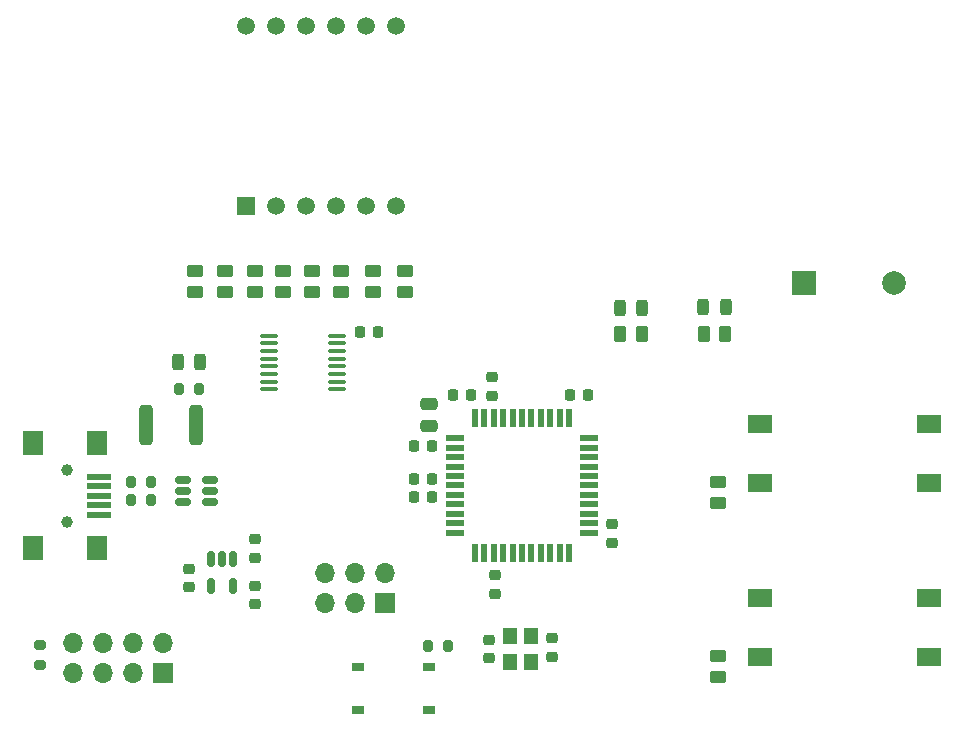
<source format=gbr>
%TF.GenerationSoftware,KiCad,Pcbnew,7.0.1*%
%TF.CreationDate,2023-04-15T03:24:23-06:00*%
%TF.ProjectId,Phase_B_ATMEGA_v3,50686173-655f-4425-9f41-544d4547415f,rev?*%
%TF.SameCoordinates,Original*%
%TF.FileFunction,Soldermask,Top*%
%TF.FilePolarity,Negative*%
%FSLAX46Y46*%
G04 Gerber Fmt 4.6, Leading zero omitted, Abs format (unit mm)*
G04 Created by KiCad (PCBNEW 7.0.1) date 2023-04-15 03:24:23*
%MOMM*%
%LPD*%
G01*
G04 APERTURE LIST*
G04 Aperture macros list*
%AMRoundRect*
0 Rectangle with rounded corners*
0 $1 Rounding radius*
0 $2 $3 $4 $5 $6 $7 $8 $9 X,Y pos of 4 corners*
0 Add a 4 corners polygon primitive as box body*
4,1,4,$2,$3,$4,$5,$6,$7,$8,$9,$2,$3,0*
0 Add four circle primitives for the rounded corners*
1,1,$1+$1,$2,$3*
1,1,$1+$1,$4,$5*
1,1,$1+$1,$6,$7*
1,1,$1+$1,$8,$9*
0 Add four rect primitives between the rounded corners*
20,1,$1+$1,$2,$3,$4,$5,0*
20,1,$1+$1,$4,$5,$6,$7,0*
20,1,$1+$1,$6,$7,$8,$9,0*
20,1,$1+$1,$8,$9,$2,$3,0*%
G04 Aperture macros list end*
%ADD10RoundRect,0.225000X-0.250000X0.225000X-0.250000X-0.225000X0.250000X-0.225000X0.250000X0.225000X0*%
%ADD11RoundRect,0.225000X0.250000X-0.225000X0.250000X0.225000X-0.250000X0.225000X-0.250000X-0.225000X0*%
%ADD12R,1.200000X1.400000*%
%ADD13R,1.700000X1.700000*%
%ADD14O,1.700000X1.700000*%
%ADD15RoundRect,0.225000X0.225000X0.250000X-0.225000X0.250000X-0.225000X-0.250000X0.225000X-0.250000X0*%
%ADD16RoundRect,0.250000X0.450000X-0.262500X0.450000X0.262500X-0.450000X0.262500X-0.450000X-0.262500X0*%
%ADD17RoundRect,0.200000X-0.275000X0.200000X-0.275000X-0.200000X0.275000X-0.200000X0.275000X0.200000X0*%
%ADD18R,1.000000X0.700000*%
%ADD19C,1.000000*%
%ADD20R,2.000000X0.500000*%
%ADD21R,1.700000X2.000000*%
%ADD22R,1.500000X1.500000*%
%ADD23C,1.500000*%
%ADD24RoundRect,0.200000X0.200000X0.275000X-0.200000X0.275000X-0.200000X-0.275000X0.200000X-0.275000X0*%
%ADD25RoundRect,0.150000X-0.512500X-0.150000X0.512500X-0.150000X0.512500X0.150000X-0.512500X0.150000X0*%
%ADD26R,2.000000X2.000000*%
%ADD27C,2.000000*%
%ADD28RoundRect,0.225000X-0.225000X-0.250000X0.225000X-0.250000X0.225000X0.250000X-0.225000X0.250000X0*%
%ADD29RoundRect,0.243750X-0.243750X-0.456250X0.243750X-0.456250X0.243750X0.456250X-0.243750X0.456250X0*%
%ADD30RoundRect,0.243750X0.243750X0.456250X-0.243750X0.456250X-0.243750X-0.456250X0.243750X-0.456250X0*%
%ADD31R,1.500000X0.550000*%
%ADD32R,0.550000X1.500000*%
%ADD33RoundRect,0.200000X-0.200000X-0.275000X0.200000X-0.275000X0.200000X0.275000X-0.200000X0.275000X0*%
%ADD34RoundRect,0.150000X-0.150000X0.512500X-0.150000X-0.512500X0.150000X-0.512500X0.150000X0.512500X0*%
%ADD35RoundRect,0.100000X-0.637500X-0.100000X0.637500X-0.100000X0.637500X0.100000X-0.637500X0.100000X0*%
%ADD36R,2.000000X1.500000*%
%ADD37RoundRect,0.250000X-0.450000X0.262500X-0.450000X-0.262500X0.450000X-0.262500X0.450000X0.262500X0*%
%ADD38RoundRect,0.250000X-0.312500X-1.450000X0.312500X-1.450000X0.312500X1.450000X-0.312500X1.450000X0*%
%ADD39RoundRect,0.250000X-0.262500X-0.450000X0.262500X-0.450000X0.262500X0.450000X-0.262500X0.450000X0*%
%ADD40RoundRect,0.250000X0.475000X-0.250000X0.475000X0.250000X-0.475000X0.250000X-0.475000X-0.250000X0*%
G04 APERTURE END LIST*
D10*
%TO.C,C2*%
X127254000Y-102857000D03*
X127254000Y-104407000D03*
%TD*%
D11*
%TO.C,C12*%
X122174000Y-82309000D03*
X122174000Y-80759000D03*
%TD*%
D12*
%TO.C,Y1*%
X125437000Y-104859000D03*
X125437000Y-102659000D03*
X123737000Y-102659000D03*
X123737000Y-104859000D03*
%TD*%
D13*
%TO.C,J1*%
X113142000Y-99842000D03*
D14*
X113142000Y-97302000D03*
X110602000Y-99842000D03*
X110602000Y-97302000D03*
X108062000Y-99842000D03*
X108062000Y-97302000D03*
%TD*%
D15*
%TO.C,C10*%
X117094000Y-90932000D03*
X115544000Y-90932000D03*
%TD*%
D16*
%TO.C,R8*%
X102108000Y-73556500D03*
X102108000Y-71731500D03*
%TD*%
D17*
%TO.C,R17*%
X83947000Y-103442000D03*
X83947000Y-105092000D03*
%TD*%
D18*
%TO.C,S3*%
X116840000Y-108966000D03*
X110840000Y-108966000D03*
X116840000Y-105266000D03*
X110840000Y-105266000D03*
%TD*%
D15*
%TO.C,C6*%
X117107000Y-86614000D03*
X115557000Y-86614000D03*
%TD*%
D19*
%TO.C,J2*%
X86162000Y-88600000D03*
X86162000Y-93000000D03*
D20*
X88862000Y-89200000D03*
X88862000Y-90000000D03*
X88862000Y-90800000D03*
X88862000Y-91600000D03*
X88862000Y-92400000D03*
D21*
X88762000Y-86350000D03*
X83312000Y-86350000D03*
X88762000Y-95250000D03*
X83312000Y-95250000D03*
%TD*%
D10*
%TO.C,C7*%
X122428000Y-97523000D03*
X122428000Y-99073000D03*
%TD*%
D22*
%TO.C,U1*%
X101346000Y-66294000D03*
D23*
X103886000Y-66294000D03*
X106426000Y-66294000D03*
X108966000Y-66294000D03*
X111506000Y-66294000D03*
X114046000Y-66294000D03*
X114046000Y-51054000D03*
X111506000Y-51054000D03*
X108966000Y-51054000D03*
X106426000Y-51054000D03*
X103886000Y-51054000D03*
X101346000Y-51054000D03*
%TD*%
D24*
%TO.C,R13*%
X118427000Y-103505000D03*
X116777000Y-103505000D03*
%TD*%
D25*
%TO.C,U4*%
X96028115Y-89421688D03*
X96028115Y-90371688D03*
X96028115Y-91321688D03*
X98303115Y-91321688D03*
X98303115Y-90371688D03*
X98303115Y-89421688D03*
%TD*%
D11*
%TO.C,C15*%
X96520000Y-98552000D03*
X96520000Y-97002000D03*
%TD*%
D16*
%TO.C,R7*%
X106934000Y-73556500D03*
X106934000Y-71731500D03*
%TD*%
D26*
%TO.C,LS1*%
X148600000Y-72771000D03*
D27*
X156200000Y-72771000D03*
%TD*%
D28*
%TO.C,C1*%
X110985000Y-76962000D03*
X112535000Y-76962000D03*
%TD*%
D16*
%TO.C,R6*%
X104521000Y-73556500D03*
X104521000Y-71731500D03*
%TD*%
%TO.C,R9*%
X99568000Y-73556500D03*
X99568000Y-71731500D03*
%TD*%
D29*
%TO.C,D1*%
X133024000Y-74930000D03*
X134899000Y-74930000D03*
%TD*%
D30*
%TO.C,D3*%
X97457500Y-79502000D03*
X95582500Y-79502000D03*
%TD*%
D31*
%TO.C,U3*%
X119014000Y-85916000D03*
X119014000Y-86716000D03*
X119014000Y-87516000D03*
X119014000Y-88316000D03*
X119014000Y-89116000D03*
X119014000Y-89916000D03*
X119014000Y-90716000D03*
X119014000Y-91516000D03*
X119014000Y-92316000D03*
X119014000Y-93116000D03*
X119014000Y-93916000D03*
D32*
X120714000Y-95616000D03*
X121514000Y-95616000D03*
X122314000Y-95616000D03*
X123114000Y-95616000D03*
X123914000Y-95616000D03*
X124714000Y-95616000D03*
X125514000Y-95616000D03*
X126314000Y-95616000D03*
X127114000Y-95616000D03*
X127914000Y-95616000D03*
X128714000Y-95616000D03*
D31*
X130414000Y-93916000D03*
X130414000Y-93116000D03*
X130414000Y-92316000D03*
X130414000Y-91516000D03*
X130414000Y-90716000D03*
X130414000Y-89916000D03*
X130414000Y-89116000D03*
X130414000Y-88316000D03*
X130414000Y-87516000D03*
X130414000Y-86716000D03*
X130414000Y-85916000D03*
D32*
X128714000Y-84216000D03*
X127914000Y-84216000D03*
X127114000Y-84216000D03*
X126314000Y-84216000D03*
X125514000Y-84216000D03*
X124714000Y-84216000D03*
X123914000Y-84216000D03*
X123114000Y-84216000D03*
X122314000Y-84216000D03*
X121514000Y-84216000D03*
X120714000Y-84216000D03*
%TD*%
D15*
%TO.C,C11*%
X120409000Y-82296000D03*
X118859000Y-82296000D03*
%TD*%
D33*
%TO.C,R15*%
X91631911Y-89635905D03*
X93281911Y-89635905D03*
%TD*%
D34*
%TO.C,U5*%
X100264000Y-96144500D03*
X99314000Y-96144500D03*
X98364000Y-96144500D03*
X98364000Y-98419500D03*
X100264000Y-98419500D03*
%TD*%
D33*
%TO.C,R14*%
X91631000Y-91186000D03*
X93281000Y-91186000D03*
%TD*%
D10*
%TO.C,C5*%
X132321000Y-93218000D03*
X132321000Y-94768000D03*
%TD*%
%TO.C,C3*%
X121920000Y-102984000D03*
X121920000Y-104534000D03*
%TD*%
%TO.C,C14*%
X102108000Y-98399000D03*
X102108000Y-99949000D03*
%TD*%
D16*
%TO.C,R5*%
X114808000Y-73556500D03*
X114808000Y-71731500D03*
%TD*%
D24*
%TO.C,R16*%
X97345000Y-81788000D03*
X95695000Y-81788000D03*
%TD*%
D35*
%TO.C,U2*%
X103309500Y-77227000D03*
X103309500Y-77877000D03*
X103309500Y-78527000D03*
X103309500Y-79177000D03*
X103309500Y-79827000D03*
X103309500Y-80477000D03*
X103309500Y-81127000D03*
X103309500Y-81777000D03*
X109034500Y-81777000D03*
X109034500Y-81127000D03*
X109034500Y-80477000D03*
X109034500Y-79827000D03*
X109034500Y-79177000D03*
X109034500Y-78527000D03*
X109034500Y-77877000D03*
X109034500Y-77227000D03*
%TD*%
D36*
%TO.C,S1*%
X159169000Y-89749000D03*
X144869000Y-89749000D03*
X159169000Y-84749000D03*
X144869000Y-84749000D03*
%TD*%
D37*
%TO.C,R1*%
X141351000Y-89615000D03*
X141351000Y-91440000D03*
%TD*%
D11*
%TO.C,C13*%
X102108000Y-96038000D03*
X102108000Y-94488000D03*
%TD*%
D16*
%TO.C,R12*%
X112141000Y-73556500D03*
X112141000Y-71731500D03*
%TD*%
D38*
%TO.C,F1*%
X92858500Y-84836000D03*
X97133500Y-84836000D03*
%TD*%
D28*
%TO.C,C4*%
X128778000Y-82296000D03*
X130328000Y-82296000D03*
%TD*%
D39*
%TO.C,R3*%
X133049000Y-77089000D03*
X134874000Y-77089000D03*
%TD*%
D15*
%TO.C,C9*%
X117094000Y-89408000D03*
X115544000Y-89408000D03*
%TD*%
D13*
%TO.C,J3*%
X94351000Y-105811000D03*
D14*
X94351000Y-103271000D03*
X91811000Y-105811000D03*
X91811000Y-103271000D03*
X89271000Y-105811000D03*
X89271000Y-103271000D03*
X86731000Y-105811000D03*
X86731000Y-103271000D03*
%TD*%
D16*
%TO.C,R10*%
X97028000Y-73556500D03*
X97028000Y-71731500D03*
%TD*%
D37*
%TO.C,R2*%
X141351000Y-104347000D03*
X141351000Y-106172000D03*
%TD*%
D40*
%TO.C,C8*%
X116840000Y-84897000D03*
X116840000Y-82997000D03*
%TD*%
D36*
%TO.C,S2*%
X159169000Y-104481000D03*
X144869000Y-104481000D03*
X159169000Y-99481000D03*
X144869000Y-99481000D03*
%TD*%
D39*
%TO.C,R4*%
X140106000Y-77089000D03*
X141931000Y-77089000D03*
%TD*%
D16*
%TO.C,R11*%
X109368612Y-73559151D03*
X109368612Y-71734151D03*
%TD*%
D29*
%TO.C,D2*%
X140081000Y-74803000D03*
X141956000Y-74803000D03*
%TD*%
M02*

</source>
